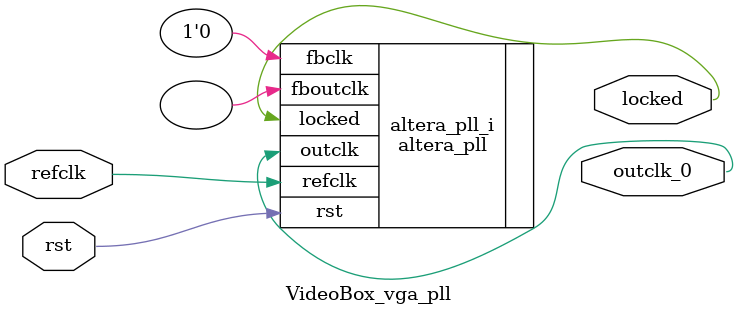
<source format=v>
`timescale 1ns/10ps
module  VideoBox_vga_pll(

	// interface 'refclk'
	input wire refclk,

	// interface 'reset'
	input wire rst,

	// interface 'outclk0'
	output wire outclk_0,

	// interface 'locked'
	output wire locked
);

	altera_pll #(
		.fractional_vco_multiplier("false"),
		.reference_clock_frequency("100.0 MHz"),
		.operation_mode("direct"),
		.number_of_clocks(1),
		.output_clock_frequency0("25.000000 MHz"),
		.phase_shift0("0 ps"),
		.duty_cycle0(50),
		.output_clock_frequency1("0 MHz"),
		.phase_shift1("0 ps"),
		.duty_cycle1(50),
		.output_clock_frequency2("0 MHz"),
		.phase_shift2("0 ps"),
		.duty_cycle2(50),
		.output_clock_frequency3("0 MHz"),
		.phase_shift3("0 ps"),
		.duty_cycle3(50),
		.output_clock_frequency4("0 MHz"),
		.phase_shift4("0 ps"),
		.duty_cycle4(50),
		.output_clock_frequency5("0 MHz"),
		.phase_shift5("0 ps"),
		.duty_cycle5(50),
		.output_clock_frequency6("0 MHz"),
		.phase_shift6("0 ps"),
		.duty_cycle6(50),
		.output_clock_frequency7("0 MHz"),
		.phase_shift7("0 ps"),
		.duty_cycle7(50),
		.output_clock_frequency8("0 MHz"),
		.phase_shift8("0 ps"),
		.duty_cycle8(50),
		.output_clock_frequency9("0 MHz"),
		.phase_shift9("0 ps"),
		.duty_cycle9(50),
		.output_clock_frequency10("0 MHz"),
		.phase_shift10("0 ps"),
		.duty_cycle10(50),
		.output_clock_frequency11("0 MHz"),
		.phase_shift11("0 ps"),
		.duty_cycle11(50),
		.output_clock_frequency12("0 MHz"),
		.phase_shift12("0 ps"),
		.duty_cycle12(50),
		.output_clock_frequency13("0 MHz"),
		.phase_shift13("0 ps"),
		.duty_cycle13(50),
		.output_clock_frequency14("0 MHz"),
		.phase_shift14("0 ps"),
		.duty_cycle14(50),
		.output_clock_frequency15("0 MHz"),
		.phase_shift15("0 ps"),
		.duty_cycle15(50),
		.output_clock_frequency16("0 MHz"),
		.phase_shift16("0 ps"),
		.duty_cycle16(50),
		.output_clock_frequency17("0 MHz"),
		.phase_shift17("0 ps"),
		.duty_cycle17(50),
		.pll_type("General"),
		.pll_subtype("General")
	) altera_pll_i (
		.rst	(rst),
		.outclk	({outclk_0}),
		.locked	(locked),
		.fboutclk	( ),
		.fbclk	(1'b0),
		.refclk	(refclk)
	);
endmodule


</source>
